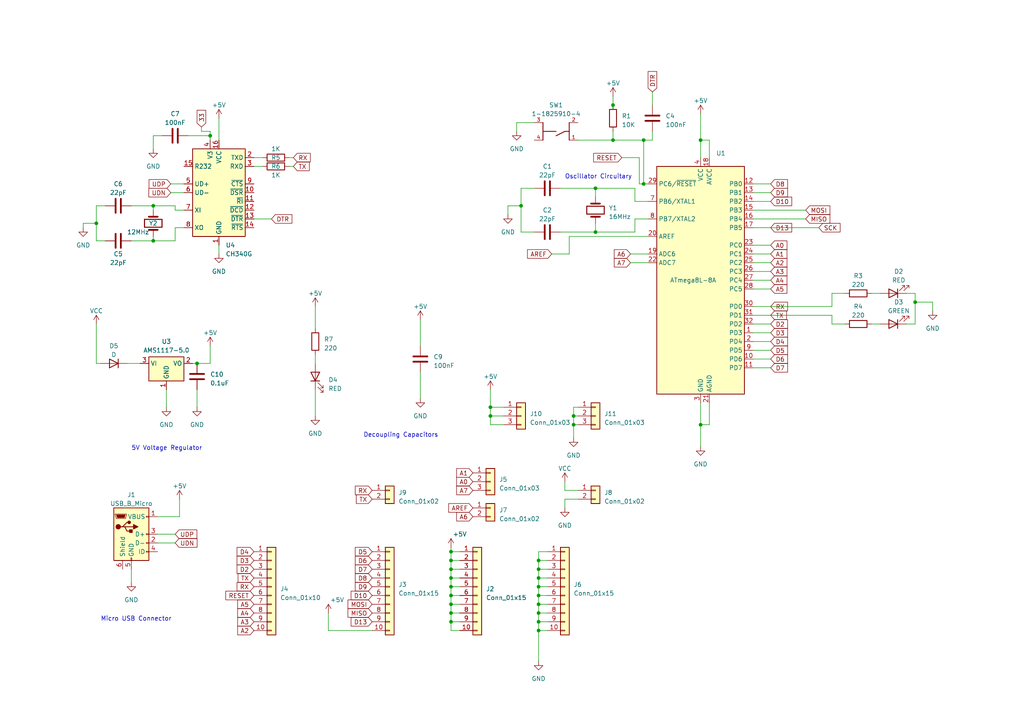
<source format=kicad_sch>
(kicad_sch (version 20230121) (generator eeschema)
  (paper "A4")
  (title_block (title "Atmega 8 Dev Board") (date "2023-03-22") (rev "v03") (comment 4 "Author : Sanket Shrishail Telunagi"))
  (lib_symbols
    (symbol "1-1825910-4:1-1825910-4" (pin_names (offset 1.016) hide)
      (property "Reference" "SW" (at -2.54 5.08 0))
      (property "Value" "1-1825910-4" (at -2.54 -5.08 0))
      (symbol "1-1825910-4_0_0"
        (polyline (pts (xy -2.54 0) (xy -2.54 -2.54)) (stroke (width 0.254)))
        (polyline (pts (xy -2.54 0) (xy -1.27 0)) (stroke (width 0.254)))
        (polyline (pts (xy -2.54 2.54) (xy -2.54 0)) (stroke (width 0.254)))
        (polyline (pts (xy -1.27 0) (xy 1.27 1.27)) (stroke (width 0.254)))
        (polyline (pts (xy 1.27 0) (xy 5.08 0)) (stroke (width 0.254)))
        (polyline (pts (xy 5.08 0) (xy 5.08 -2.54)) (stroke (width 0.254)))
        (polyline (pts (xy 5.08 2.54) (xy 5.08 0)) (stroke (width 0.254)))
        (pin passive line (at -5.08 2.54 0) (length 2.54) (name "~") (number "1"))
        (pin passive line (at -5.08 -2.54 0) (length 2.54) (name "~") (number "2"))
        (pin passive line (at 7.62 -2.54 180) (length 2.54) (name "~") (number "3"))
        (pin passive line (at 7.62 2.54 180) (length 2.54) (name "~") (number "4"))
      )
    )
    (symbol "Connector:USB_B_Micro" (pin_names (offset 1.016))
      (property "Reference" "J" (at -5.08 11.43 0))
      (property "Value" "USB_B_Micro" (at -5.08 8.89 0))
      (symbol "USB_B_Micro_0_1"
        (rectangle (start -5.08 -7.62) (end 5.08 7.62) (stroke (width 0.254)) (fill (type background)))
        (circle (center -3.81 2.159) (radius 0.635) (stroke (width 0.254)) (fill (type outline)))
        (circle (center -0.635 3.429) (radius 0.381) (stroke (width 0.254)) (fill (type outline)))
        (rectangle (start -0.127 -7.62) (end 0.127 -6.858))
        (polyline (pts (xy -1.905 2.159) (xy 0.635 2.159)) (stroke (width 0.254)))
        (polyline (pts (xy -3.175 2.159) (xy -2.54 2.159) (xy -1.27 3.429) (xy -0.635 3.429)) (stroke (width 0.254)))
        (polyline (pts (xy -2.54 2.159) (xy -1.905 2.159) (xy -1.27 0.889) (xy 0 0.889)) (stroke (width 0.254)))
        (polyline (pts (xy 0.635 2.794) (xy 0.635 1.524) (xy 1.905 2.159) (xy 0.635 2.794)) (stroke (width 0.254)) (fill (type outline)))
        (polyline (pts (xy -4.318 5.588) (xy -1.778 5.588) (xy -2.032 4.826) (xy -4.064 4.826) (xy -4.318 5.588)) (fill (type outline)))
        (polyline (pts (xy -4.699 5.842) (xy -4.699 5.588) (xy -4.445 4.826) (xy -4.445 4.572) (xy -1.651 4.572) (xy -1.651 4.826) (xy -1.397 5.588) (xy -1.397 5.842) (xy -4.699 5.842)))
        (rectangle (start 0.254 1.27) (end -0.508 0.508) (stroke (width 0.254)) (fill (type outline)))
        (rectangle (start 5.08 -5.207) (end 4.318 -4.953))
        (rectangle (start 5.08 -2.667) (end 4.318 -2.413))
        (rectangle (start 5.08 -0.127) (end 4.318 0.127))
        (rectangle (start 5.08 4.953) (end 4.318 5.207))
      )
      (symbol "USB_B_Micro_1_1"
        (pin power_out line (at 7.62 5.08 180) (length 2.54) (name "VBUS") (number "1"))
        (pin bidirectional line (at 7.62 -2.54 180) (length 2.54) (name "D-") (number "2"))
        (pin bidirectional line (at 7.62 0 180) (length 2.54) (name "D+") (number "3"))
        (pin passive line (at 7.62 -5.08 180) (length 2.54) (name "ID") (number "4"))
        (pin power_out line (at 0 -10.16 90) (length 2.54) (name "GND") (number "5"))
        (pin passive line (at -2.54 -10.16 90) (length 2.54) (name "Shield") (number "6"))
      )
    )
    (symbol "Connector_Generic:Conn_01x02" (pin_names (offset 1.016) hide)
      (property "Reference" "J" (at 0 2.54 0))
      (property "Value" "Conn_01x02" (at 0 -5.08 0))
      (symbol "Conn_01x02_1_1"
        (rectangle (start -1.27 -2.413) (end 0 -2.667) (stroke (width 0.1524)))
        (rectangle (start -1.27 0.127) (end 0 -0.127) (stroke (width 0.1524)))
        (rectangle (start -1.27 1.27) (end 1.27 -3.81) (stroke (width 0.254)) (fill (type background)))
        (pin passive line (at -5.08 0 0) (length 3.81) (name "Pin_1") (number "1"))
        (pin passive line (at -5.08 -2.54 0) (length 3.81) (name "Pin_2") (number "2"))
      )
    )
    (symbol "Connector_Generic:Conn_01x03" (pin_names (offset 1.016) hide)
      (property "Reference" "J" (at 0 5.08 0))
      (property "Value" "Conn_01x03" (at 0 -5.08 0))
      (symbol "Conn_01x03_1_1"
        (rectangle (start -1.27 -2.413) (end 0 -2.667) (stroke (width 0.1524)))
        (rectangle (start -1.27 0.127) (end 0 -0.127) (stroke (width 0.1524)))
        (rectangle (start -1.27 2.667) (end 0 2.413) (stroke (width 0.1524)))
        (rectangle (start -1.27 3.81) (end 1.27 -3.81) (stroke (width 0.254)) (fill (type background)))
        (pin passive line (at -5.08 2.54 0) (length 3.81) (name "Pin_1") (number "1"))
        (pin passive line (at -5.08 0 0) (length 3.81) (name "Pin_2") (number "2"))
        (pin passive line (at -5.08 -2.54 0) (length 3.81) (name "Pin_3") (number "3"))
      )
    )
    (symbol "Connector_Generic:Conn_01x10" (pin_names (offset 1.016) hide)
      (property "Reference" "J" (at 0 12.7 0))
      (property "Value" "Conn_01x10" (at 0 -15.24 0))
      (symbol "Conn_01x10_1_1"
        (rectangle (start -1.27 -12.573) (end 0 -12.827) (stroke (width 0.1524)))
        (rectangle (start -1.27 -10.033) (end 0 -10.287) (stroke (width 0.1524)))
        (rectangle (start -1.27 -7.493) (end 0 -7.747) (stroke (width 0.1524)))
        (rectangle (start -1.27 -4.953) (end 0 -5.207) (stroke (width 0.1524)))
        (rectangle (start -1.27 -2.413) (end 0 -2.667) (stroke (width 0.1524)))
        (rectangle (start -1.27 0.127) (end 0 -0.127) (stroke (width 0.1524)))
        (rectangle (start -1.27 2.667) (end 0 2.413) (stroke (width 0.1524)))
        (rectangle (start -1.27 5.207) (end 0 4.953) (stroke (width 0.1524)))
        (rectangle (start -1.27 7.747) (end 0 7.493) (stroke (width 0.1524)))
        (rectangle (start -1.27 10.287) (end 0 10.033) (stroke (width 0.1524)))
        (rectangle (start -1.27 11.43) (end 1.27 -13.97) (stroke (width 0.254)) (fill (type background)))
        (pin passive line (at -5.08 10.16 0) (length 3.81) (name "Pin_1") (number "1"))
        (pin passive line (at -5.08 -12.7 0) (length 3.81) (name "Pin_10") (number "10"))
        (pin passive line (at -5.08 7.62 0) (length 3.81) (name "Pin_2") (number "2"))
        (pin passive line (at -5.08 5.08 0) (length 3.81) (name "Pin_3") (number "3"))
        (pin passive line (at -5.08 2.54 0) (length 3.81) (name "Pin_4") (number "4"))
        (pin passive line (at -5.08 0 0) (length 3.81) (name "Pin_5") (number "5"))
        (pin passive line (at -5.08 -2.54 0) (length 3.81) (name "Pin_6") (number "6"))
        (pin passive line (at -5.08 -5.08 0) (length 3.81) (name "Pin_7") (number "7"))
        (pin passive line (at -5.08 -7.62 0) (length 3.81) (name "Pin_8") (number "8"))
        (pin passive line (at -5.08 -10.16 0) (length 3.81) (name "Pin_9") (number "9"))
      )
    )
    (symbol "Device:C" (pin_numbers hide) (pin_names (offset 0.254))
      (property "Reference" "C" (at 0.635 2.54 0))
      (property "Value" "C" (at 0.635 -2.54 0))
      (symbol "C_0_1"
        (polyline (pts (xy -2.032 -0.762) (xy 2.032 -0.762)) (stroke (width 0.508)))
        (polyline (pts (xy -2.032 0.762) (xy 2.032 0.762)) (stroke (width 0.508)))
      )
      (symbol "C_1_1"
        (pin passive line (at 0 3.81 270) (length 2.794) (name "~") (number "1"))
        (pin passive line (at 0 -3.81 90) (length 2.794) (name "~") (number "2"))
      )
    )
    (symbol "Device:Crystal" (pin_numbers hide) (pin_names (offset 1.016) hide)
      (property "Reference" "Y" (at 0 3.81 0))
      (property "Value" "Crystal" (at 0 -3.81 0))
      (symbol "Crystal_0_1"
        (rectangle (start -1.143 2.54) (end 1.143 -2.54) (stroke (width 0.3048)))
        (polyline (pts (xy -2.54 0) (xy -1.905 0)))
        (polyline (pts (xy -1.905 -1.27) (xy -1.905 1.27)) (stroke (width 0.508)))
        (polyline (pts (xy 1.905 -1.27) (xy 1.905 1.27)) (stroke (width 0.508)))
        (polyline (pts (xy 2.54 0) (xy 1.905 0)))
      )
      (symbol "Crystal_1_1"
        (pin passive line (at -3.81 0 0) (length 1.27) (name "1") (number "1"))
        (pin passive line (at 3.81 0 180) (length 1.27) (name "2") (number "2"))
      )
    )
    (symbol "Device:D" (pin_numbers hide) (pin_names (offset 1.016) hide)
      (property "Reference" "D" (at 0 2.54 0))
      (property "Value" "D" (at 0 -2.54 0))
      (symbol "D_0_1"
        (polyline (pts (xy -1.27 1.27) (xy -1.27 -1.27)) (stroke (width 0.254)))
        (polyline (pts (xy 1.27 0) (xy -1.27 0)))
        (polyline (pts (xy 1.27 1.27) (xy 1.27 -1.27) (xy -1.27 0) (xy 1.27 1.27)) (stroke (width 0.254)))
      )
      (symbol "D_1_1"
        (pin passive line (at -3.81 0 0) (length 2.54) (name "K") (number "1"))
        (pin passive line (at 3.81 0 180) (length 2.54) (name "A") (number "2"))
      )
    )
    (symbol "Device:LED" (pin_numbers hide) (pin_names (offset 1.016) hide)
      (property "Reference" "D" (at 0 2.54 0))
      (property "Value" "LED" (at 0 -2.54 0))
      (symbol "LED_0_1"
        (polyline (pts (xy -1.27 -1.27) (xy -1.27 1.27)) (stroke (width 0.254)))
        (polyline (pts (xy -1.27 0) (xy 1.27 0)))
        (polyline (pts (xy 1.27 -1.27) (xy 1.27 1.27) (xy -1.27 0) (xy 1.27 -1.27)) (stroke (width 0.254)))
        (polyline (pts (xy -3.048 -0.762) (xy -4.572 -2.286) (xy -3.81 -2.286) (xy -4.572 -2.286) (xy -4.572 -1.524)))
        (polyline (pts (xy -1.778 -0.762) (xy -3.302 -2.286) (xy -2.54 -2.286) (xy -3.302 -2.286) (xy -3.302 -1.524)))
      )
      (symbol "LED_1_1"
        (pin passive line (at -3.81 0 0) (length 2.54) (name "K") (number "1"))
        (pin passive line (at 3.81 0 180) (length 2.54) (name "A") (number "2"))
      )
    )
    (symbol "Device:R" (pin_numbers hide) (pin_names (offset 0))
      (property "Reference" "R" (at 2.032 0 90))
      (property "Value" "R" (at 0 0 90))
      (symbol "R_0_1"
        (rectangle (start -1.016 -2.54) (end 1.016 2.54) (stroke (width 0.254)))
      )
      (symbol "R_1_1"
        (pin passive line (at 0 3.81 270) (length 1.27) (name "~") (number "1"))
        (pin passive line (at 0 -3.81 90) (length 1.27) (name "~") (number "2"))
      )
    )
    (symbol "Interface_USB:CH340G"
      (property "Reference" "U" (at -5.08 13.97 0))
      (property "Value" "CH340G" (at 1.27 13.97 0))
      (symbol "CH340G_0_1"
        (rectangle (start -7.62 12.7) (end 7.62 -12.7) (stroke (width 0.254)) (fill (type background)))
      )
      (symbol "CH340G_1_1"
        (pin power_in line (at 0 -15.24 90) (length 2.54) (name "GND") (number "1"))
        (pin input line (at 10.16 0 180) (length 2.54) (name "~{DSR}") (number "10"))
        (pin input line (at 10.16 -2.54 180) (length 2.54) (name "~{RI}") (number "11"))
        (pin input line (at 10.16 -5.08 180) (length 2.54) (name "~{DCD}") (number "12"))
        (pin output line (at 10.16 -7.62 180) (length 2.54) (name "~{DTR}") (number "13"))
        (pin output line (at 10.16 -10.16 180) (length 2.54) (name "~{RTS}") (number "14"))
        (pin input line (at -10.16 7.62 0) (length 2.54) (name "R232") (number "15"))
        (pin power_in line (at 0 15.24 270) (length 2.54) (name "VCC") (number "16"))
        (pin output line (at 10.16 10.16 180) (length 2.54) (name "TXD") (number "2"))
        (pin input line (at 10.16 7.62 180) (length 2.54) (name "RXD") (number "3"))
        (pin passive line (at -2.54 15.24 270) (length 2.54) (name "V3") (number "4"))
        (pin bidirectional line (at -10.16 2.54 0) (length 2.54) (name "UD+") (number "5"))
        (pin bidirectional line (at -10.16 0 0) (length 2.54) (name "UD-") (number "6"))
        (pin input line (at -10.16 -5.08 0) (length 2.54) (name "XI") (number "7"))
        (pin output line (at -10.16 -10.16 0) (length 2.54) (name "XO") (number "8"))
        (pin input line (at 10.16 2.54 180) (length 2.54) (name "~{CTS}") (number "9"))
      )
    )
    (symbol "MCU_Microchip_ATmega:ATmega8L-8A"
      (property "Reference" "U" (at -12.7 34.29 0))
      (property "Value" "ATmega8L-8A" (at 5.08 -34.29 0))
      (symbol "ATmega8L-8A_0_1"
        (rectangle (start -12.7 -33.02) (end 12.7 33.02) (stroke (width 0.254)) (fill (type background)))
      )
      (symbol "ATmega8L-8A_1_1"
        (pin bidirectional line (at 15.24 -15.24 180) (length 2.54) (name "PD3") (number "1"))
        (pin bidirectional line (at 15.24 -22.86 180) (length 2.54) (name "PD6") (number "10"))
        (pin bidirectional line (at 15.24 -25.4 180) (length 2.54) (name "PD7") (number "11"))
        (pin bidirectional line (at 15.24 27.94 180) (length 2.54) (name "PB0") (number "12"))
        (pin bidirectional line (at 15.24 25.4 180) (length 2.54) (name "PB1") (number "13"))
        (pin bidirectional line (at 15.24 22.86 180) (length 2.54) (name "PB2") (number "14"))
        (pin bidirectional line (at 15.24 20.32 180) (length 2.54) (name "PB3") (number "15"))
        (pin bidirectional line (at 15.24 17.78 180) (length 2.54) (name "PB4") (number "16"))
        (pin bidirectional line (at 15.24 15.24 180) (length 2.54) (name "PB5") (number "17"))
        (pin power_in line (at 2.54 35.56 270) (length 2.54) (name "AVCC") (number "18"))
        (pin input line (at -15.24 7.62 0) (length 2.54) (name "ADC6") (number "19"))
        (pin bidirectional line (at 15.24 -17.78 180) (length 2.54) (name "PD4") (number "2"))
        (pin passive line (at -15.24 12.7 0) (length 2.54) (name "AREF") (number "20"))
        (pin power_in line (at 2.54 -35.56 90) (length 2.54) (name "AGND") (number "21"))
        (pin input line (at -15.24 5.08 0) (length 2.54) (name "ADC7") (number "22"))
        (pin bidirectional line (at 15.24 10.16 180) (length 2.54) (name "PC0") (number "23"))
        (pin bidirectional line (at 15.24 7.62 180) (length 2.54) (name "PC1") (number "24"))
        (pin bidirectional line (at 15.24 5.08 180) (length 2.54) (name "PC2") (number "25"))
        (pin bidirectional line (at 15.24 2.54 180) (length 2.54) (name "PC3") (number "26"))
        (pin bidirectional line (at 15.24 0 180) (length 2.54) (name "PC4") (number "27"))
        (pin bidirectional line (at 15.24 -2.54 180) (length 2.54) (name "PC5") (number "28"))
        (pin bidirectional line (at -15.24 27.94 0) (length 2.54) (name "PC6/~{RESET}") (number "29"))
        (pin power_in line (at 0 -35.56 90) (length 2.54) (name "GND") (number "3"))
        (pin bidirectional line (at 15.24 -7.62 180) (length 2.54) (name "PD0") (number "30"))
        (pin bidirectional line (at 15.24 -10.16 180) (length 2.54) (name "PD1") (number "31"))
        (pin bidirectional line (at 15.24 -12.7 180) (length 2.54) (name "PD2") (number "32"))
        (pin power_in line (at 0 35.56 270) (length 2.54) (name "VCC") (number "4"))
        (pin passive line (at 0 -35.56 90) (length 2.54) hide (name "GND") (number "5"))
        (pin passive line (at 0 35.56 270) (length 2.54) hide (name "VCC") (number "6"))
        (pin bidirectional line (at -15.24 22.86 0) (length 2.54) (name "PB6/XTAL1") (number "7"))
        (pin bidirectional line (at -15.24 17.78 0) (length 2.54) (name "PB7/XTAL2") (number "8"))
        (pin bidirectional line (at 15.24 -20.32 180) (length 2.54) (name "PD5") (number "9"))
      )
    )
    (symbol "Regulator_Linear:AMS1117-5.0"
      (property "Reference" "U" (at -3.81 3.175 0))
      (property "Value" "AMS1117-5.0" (at 0 3.175 0))
      (symbol "AMS1117-5.0_0_1"
        (rectangle (start -5.08 -5.08) (end 5.08 1.905) (stroke (width 0.254)) (fill (type background)))
      )
      (symbol "AMS1117-5.0_1_1"
        (pin power_in line (at 0 -7.62 90) (length 2.54) (name "GND") (number "1"))
        (pin power_out line (at 7.62 0 180) (length 2.54) (name "VO") (number "2"))
        (pin power_in line (at -7.62 0 0) (length 2.54) (name "VI") (number "3"))
      )
    )
    (symbol "power:+5V" (power) (pin_names (offset 0))
      (property "Value" "+5V" (at 0 3.556 0))
      (symbol "+5V_0_1"
        (polyline (pts (xy -0.762 1.27) (xy 0 2.54)))
        (polyline (pts (xy 0 0) (xy 0 2.54)))
        (polyline (pts (xy 0 2.54) (xy 0.762 1.27)))
      )
      (symbol "+5V_1_1"
        (pin power_in line (at 0 0 90) (length 0) hide (name "+5V") (number "1"))
      )
    )
    (symbol "power:GND" (power) (pin_names (offset 0))
      (property "Value" "GND" (at 0 -3.81 0))
      (symbol "GND_0_1"
        (polyline (pts (xy 0 0) (xy 0 -1.27) (xy 1.27 -1.27) (xy 0 -2.54) (xy -1.27 -1.27) (xy 0 -1.27)))
      )
      (symbol "GND_1_1"
        (pin power_in line (at 0 0 270) (length 0) hide (name "GND") (number "1"))
      )
    )
    (symbol "power:VCC" (power) (pin_names (offset 0))
      (property "Value" "VCC" (at 0 3.81 0))
      (symbol "VCC_0_1"
        (polyline (pts (xy -0.762 1.27) (xy 0 2.54)))
        (polyline (pts (xy 0 0) (xy 0 2.54)))
        (polyline (pts (xy 0 2.54) (xy 0.762 1.27)))
      )
      (symbol "VCC_1_1"
        (pin power_in line (at 0 0 90) (length 0) hide (name "VCC") (number "1"))
      )
    )
  )
  (junction (at 172.72 54.61))
  (junction (at 130.81 162.56))
  (junction (at 44.45 59.69))
  (junction (at 172.72 67.31))
  (junction (at 166.37 123.19))
  (junction (at 44.45 69.85))
  (junction (at 186.69 53.34))
  (junction (at 130.81 167.64))
  (junction (at 186.69 40.64))
  (junction (at 177.8 40.64))
  (junction (at 166.37 120.65))
  (junction (at 156.21 162.56))
  (junction (at 177.8 30.48))
  (junction (at 156.21 170.18))
  (junction (at 156.21 180.34))
  (junction (at 156.21 182.88))
  (junction (at 130.81 175.26))
  (junction (at 142.24 118.11))
  (junction (at 156.21 172.72))
  (junction (at 130.81 165.1))
  (junction (at 130.81 177.8))
  (junction (at 151.13 59.69))
  (junction (at 130.81 170.18))
  (junction (at 142.24 120.65))
  (junction (at 156.21 165.1))
  (junction (at 156.21 175.26))
  (junction (at 156.21 177.8))
  (junction (at 57.15 105.41))
  (junction (at 130.81 160.02))
  (junction (at 203.2 40.64))
  (junction (at 27.94 64.77))
  (junction (at 156.21 167.64))
  (junction (at 203.2 123.19))
  (junction (at 265.43 87.63))
  (junction (at 130.81 172.72))
  (junction (at 60.96 39.37))
  (junction (at 130.81 180.34))
  (wire (pts (xy 83.82 48.26) (xy 85.09 48.26)))
  (wire (pts (xy 189.23 26.67) (xy 189.23 30.48)))
  (wire (pts (xy 52.07 149.86) (xy 45.72 149.86)))
  (wire (pts (xy 156.21 170.18) (xy 156.21 167.64)))
  (wire (pts (xy 58.42 36.83) (xy 58.42 38.1)))
  (wire (pts (xy 185.42 53.34) (xy 186.69 53.34)))
  (wire (pts (xy 156.21 175.26) (xy 156.21 172.72)))
  (wire (pts (xy 189.23 38.1) (xy 189.23 40.64)))
  (wire (pts (xy 205.74 116.84) (xy 205.74 123.19)))
  (wire (pts (xy 156.21 165.1) (xy 156.21 162.56)))
  (wire (pts (xy 177.8 40.64) (xy 186.69 40.64)))
  (wire (pts (xy 172.72 67.31) (xy 162.56 67.31)))
  (wire (pts (xy 270.51 90.17) (xy 270.51 87.63)))
  (wire (pts (xy 154.94 35.56) (xy 149.86 35.56)))
  (wire (pts (xy 73.66 48.26) (xy 76.2 48.26)))
  (wire (pts (xy 158.75 177.8) (xy 156.21 177.8)))
  (wire (pts (xy 163.83 142.24) (xy 163.83 139.7)))
  (wire (pts (xy 165.1 68.58) (xy 187.96 68.58)))
  (wire (pts (xy 147.32 62.23) (xy 147.32 59.69)))
  (wire (pts (xy 73.66 45.72) (xy 76.2 45.72)))
  (wire (pts (xy 38.1 59.69) (xy 44.45 59.69)))
  (wire (pts (xy 27.94 93.98) (xy 27.94 105.41)))
  (wire (pts (xy 156.21 180.34) (xy 156.21 182.88)))
  (wire (pts (xy 218.44 66.04) (xy 237.49 66.04)))
  (wire (pts (xy 184.15 58.42) (xy 184.15 54.61)))
  (wire (pts (xy 147.32 59.69) (xy 151.13 59.69)))
  (wire (pts (xy 38.1 165.1) (xy 38.1 168.91)))
  (wire (pts (xy 146.05 120.65) (xy 142.24 120.65)))
  (wire (pts (xy 218.44 53.34) (xy 223.52 53.34)))
  (wire (pts (xy 218.44 83.82) (xy 223.52 83.82)))
  (wire (pts (xy 27.94 59.69) (xy 27.94 64.77)))
  (wire (pts (xy 83.82 45.72) (xy 85.09 45.72)))
  (wire (pts (xy 156.21 172.72) (xy 156.21 170.18)))
  (wire (pts (xy 49.53 55.88) (xy 53.34 55.88)))
  (wire (pts (xy 60.96 39.37) (xy 60.96 40.64)))
  (wire (pts (xy 24.13 64.77) (xy 27.94 64.77)))
  (wire (pts (xy 160.02 73.66) (xy 165.1 73.66)))
  (wire (pts (xy 48.26 113.03) (xy 48.26 118.11)))
  (wire (pts (xy 91.44 102.87) (xy 91.44 105.41)))
  (wire (pts (xy 218.44 60.96) (xy 233.68 60.96)))
  (wire (pts (xy 218.44 58.42) (xy 223.52 58.42)))
  (wire (pts (xy 205.74 123.19) (xy 203.2 123.19)))
  (wire (pts (xy 53.34 60.96) (xy 50.8 60.96)))
  (wire (pts (xy 252.73 93.98) (xy 255.27 93.98)))
  (wire (pts (xy 45.72 157.48) (xy 50.8 157.48)))
  (wire (pts (xy 158.75 160.02) (xy 156.21 160.02)))
  (wire (pts (xy 52.07 144.78) (xy 52.07 149.86)))
  (wire (pts (xy 262.89 85.09) (xy 265.43 85.09)))
  (wire (pts (xy 177.8 30.48) (xy 177.8 31.75)))
  (wire (pts (xy 57.15 113.03) (xy 57.15 118.11)))
  (wire (pts (xy 50.8 60.96) (xy 50.8 59.69)))
  (wire (pts (xy 218.44 63.5) (xy 233.68 63.5)))
  (wire (pts (xy 166.37 120.65) (xy 166.37 123.19)))
  (wire (pts (xy 218.44 71.12) (xy 223.52 71.12)))
  (wire (pts (xy 166.37 120.65) (xy 167.64 120.65)))
  (wire (pts (xy 95.25 177.8) (xy 95.25 182.88)))
  (wire (pts (xy 158.75 165.1) (xy 156.21 165.1)))
  (wire (pts (xy 27.94 64.77) (xy 27.94 69.85)))
  (wire (pts (xy 185.42 45.72) (xy 185.42 53.34)))
  (wire (pts (xy 44.45 60.96) (xy 44.45 59.69)))
  (wire (pts (xy 63.5 71.12) (xy 63.5 73.66)))
  (wire (pts (xy 36.83 105.41) (xy 40.64 105.41)))
  (wire (pts (xy 158.75 175.26) (xy 156.21 175.26)))
  (wire (pts (xy 218.44 81.28) (xy 223.52 81.28)))
  (wire (pts (xy 167.64 142.24) (xy 163.83 142.24)))
  (wire (pts (xy 252.73 85.09) (xy 255.27 85.09)))
  (wire (pts (xy 24.13 66.04) (xy 24.13 64.77)))
  (wire (pts (xy 203.2 40.64) (xy 203.2 45.72)))
  (wire (pts (xy 218.44 106.68) (xy 223.52 106.68)))
  (wire (pts (xy 44.45 59.69) (xy 50.8 59.69)))
  (wire (pts (xy 172.72 64.77) (xy 172.72 67.31)))
  (wire (pts (xy 130.81 165.1) (xy 130.81 162.56)))
  (wire (pts (xy 262.89 93.98) (xy 265.43 93.98)))
  (wire (pts (xy 218.44 55.88) (xy 223.52 55.88)))
  (wire (pts (xy 130.81 172.72) (xy 130.81 170.18)))
  (wire (pts (xy 218.44 93.98) (xy 223.52 93.98)))
  (wire (pts (xy 167.64 144.78) (xy 163.83 144.78)))
  (wire (pts (xy 156.21 160.02) (xy 156.21 162.56)))
  (wire (pts (xy 63.5 34.29) (xy 63.5 40.64)))
  (wire (pts (xy 130.81 160.02) (xy 130.81 162.56)))
  (wire (pts (xy 163.83 144.78) (xy 163.83 147.32)))
  (wire (pts (xy 142.24 113.03) (xy 142.24 118.11)))
  (wire (pts (xy 151.13 59.69) (xy 151.13 67.31)))
  (wire (pts (xy 182.88 76.2) (xy 187.96 76.2)))
  (wire (pts (xy 186.69 53.34) (xy 187.96 53.34)))
  (wire (pts (xy 180.34 45.72) (xy 185.42 45.72)))
  (wire (pts (xy 130.81 177.8) (xy 130.81 175.26)))
  (wire (pts (xy 50.8 66.04) (xy 50.8 69.85)))
  (wire (pts (xy 158.75 162.56) (xy 156.21 162.56)))
  (wire (pts (xy 166.37 123.19) (xy 166.37 127)))
  (wire (pts (xy 218.44 91.44) (xy 241.3 91.44)))
  (wire (pts (xy 146.05 123.19) (xy 142.24 123.19)))
  (wire (pts (xy 58.42 38.1) (xy 60.96 38.1)))
  (wire (pts (xy 154.94 67.31) (xy 151.13 67.31)))
  (wire (pts (xy 167.64 118.11) (xy 166.37 118.11)))
  (wire (pts (xy 184.15 63.5) (xy 184.15 67.31)))
  (wire (pts (xy 245.11 85.09) (xy 241.3 85.09)))
  (wire (pts (xy 142.24 120.65) (xy 142.24 118.11)))
  (wire (pts (xy 60.96 105.41) (xy 57.15 105.41)))
  (wire (pts (xy 121.92 107.95) (xy 121.92 115.57)))
  (wire (pts (xy 166.37 123.19) (xy 167.64 123.19)))
  (wire (pts (xy 177.8 27.94) (xy 177.8 30.48)))
  (wire (pts (xy 38.1 69.85) (xy 44.45 69.85)))
  (wire (pts (xy 177.8 38.1) (xy 177.8 40.64)))
  (wire (pts (xy 121.92 92.71) (xy 121.92 100.33)))
  (wire (pts (xy 165.1 73.66) (xy 165.1 68.58)))
  (wire (pts (xy 95.25 182.88) (xy 107.95 182.88)))
  (wire (pts (xy 151.13 54.61) (xy 151.13 59.69)))
  (wire (pts (xy 130.81 158.75) (xy 130.81 160.02)))
  (wire (pts (xy 182.88 73.66) (xy 187.96 73.66)))
  (wire (pts (xy 146.05 118.11) (xy 142.24 118.11)))
  (wire (pts (xy 133.35 180.34) (xy 130.81 180.34)))
  (wire (pts (xy 265.43 87.63) (xy 265.43 85.09)))
  (wire (pts (xy 186.69 40.64) (xy 186.69 53.34)))
  (wire (pts (xy 156.21 180.34) (xy 156.21 177.8)))
  (wire (pts (xy 265.43 87.63) (xy 270.51 87.63)))
  (wire (pts (xy 218.44 104.14) (xy 223.52 104.14)))
  (wire (pts (xy 156.21 182.88) (xy 156.21 191.77)))
  (wire (pts (xy 57.15 105.41) (xy 55.88 105.41)))
  (wire (pts (xy 60.96 100.33) (xy 60.96 105.41)))
  (wire (pts (xy 91.44 113.03) (xy 91.44 120.65)))
  (wire (pts (xy 158.75 180.34) (xy 156.21 180.34)))
  (wire (pts (xy 156.21 177.8) (xy 156.21 175.26)))
  (wire (pts (xy 203.2 33.02) (xy 203.2 40.64)))
  (wire (pts (xy 91.44 88.9) (xy 91.44 95.25)))
  (wire (pts (xy 184.15 54.61) (xy 172.72 54.61)))
  (wire (pts (xy 218.44 73.66) (xy 223.52 73.66)))
  (wire (pts (xy 133.35 160.02) (xy 130.81 160.02)))
  (wire (pts (xy 133.35 170.18) (xy 130.81 170.18)))
  (wire (pts (xy 60.96 38.1) (xy 60.96 39.37)))
  (wire (pts (xy 241.3 93.98) (xy 241.3 91.44)))
  (wire (pts (xy 130.81 170.18) (xy 130.81 167.64)))
  (wire (pts (xy 205.74 45.72) (xy 205.74 40.64)))
  (wire (pts (xy 133.35 175.26) (xy 130.81 175.26)))
  (wire (pts (xy 203.2 116.84) (xy 203.2 123.19)))
  (wire (pts (xy 45.72 154.94) (xy 50.8 154.94)))
  (wire (pts (xy 44.45 39.37) (xy 44.45 43.18)))
  (wire (pts (xy 49.53 53.34) (xy 53.34 53.34)))
  (wire (pts (xy 158.75 172.72) (xy 156.21 172.72)))
  (wire (pts (xy 166.37 118.11) (xy 166.37 120.65)))
  (wire (pts (xy 158.75 167.64) (xy 156.21 167.64)))
  (wire (pts (xy 27.94 105.41) (xy 29.21 105.41)))
  (wire (pts (xy 184.15 67.31) (xy 172.72 67.31)))
  (wire (pts (xy 187.96 58.42) (xy 184.15 58.42)))
  (wire (pts (xy 44.45 69.85) (xy 50.8 69.85)))
  (wire (pts (xy 44.45 68.58) (xy 44.45 69.85)))
  (wire (pts (xy 172.72 54.61) (xy 172.72 57.15)))
  (wire (pts (xy 149.86 35.56) (xy 149.86 38.1)))
  (wire (pts (xy 46.99 39.37) (xy 44.45 39.37)))
  (wire (pts (xy 130.81 167.64) (xy 130.81 165.1)))
  (wire (pts (xy 218.44 88.9) (xy 241.3 88.9)))
  (wire (pts (xy 186.69 40.64) (xy 189.23 40.64)))
  (wire (pts (xy 177.8 40.64) (xy 167.64 40.64)))
  (wire (pts (xy 130.81 180.34) (xy 130.81 182.88)))
  (wire (pts (xy 133.35 167.64) (xy 130.81 167.64)))
  (wire (pts (xy 265.43 93.98) (xy 265.43 87.63)))
  (wire (pts (xy 218.44 78.74) (xy 223.52 78.74)))
  (wire (pts (xy 73.66 63.5) (xy 78.74 63.5)))
  (wire (pts (xy 218.44 96.52) (xy 223.52 96.52)))
  (wire (pts (xy 130.81 180.34) (xy 130.81 177.8)))
  (wire (pts (xy 54.61 39.37) (xy 60.96 39.37)))
  (wire (pts (xy 158.75 170.18) (xy 156.21 170.18)))
  (wire (pts (xy 241.3 85.09) (xy 241.3 88.9)))
  (wire (pts (xy 133.35 172.72) (xy 130.81 172.72)))
  (wire (pts (xy 50.8 66.04) (xy 53.34 66.04)))
  (wire (pts (xy 156.21 167.64) (xy 156.21 165.1)))
  (wire (pts (xy 187.96 63.5) (xy 184.15 63.5)))
  (wire (pts (xy 133.35 177.8) (xy 130.81 177.8)))
  (wire (pts (xy 133.35 162.56) (xy 130.81 162.56)))
  (wire (pts (xy 130.81 175.26) (xy 130.81 172.72)))
  (wire (pts (xy 205.74 40.64) (xy 203.2 40.64)))
  (wire (pts (xy 142.24 123.19) (xy 142.24 120.65)))
  (wire (pts (xy 218.44 99.06) (xy 223.52 99.06)))
  (wire (pts (xy 154.94 54.61) (xy 151.13 54.61)))
  (wire (pts (xy 158.75 182.88) (xy 156.21 182.88)))
  (wire (pts (xy 218.44 76.2) (xy 223.52 76.2)))
  (wire (pts (xy 133.35 165.1) (xy 130.81 165.1)))
  (wire (pts (xy 203.2 123.19) (xy 203.2 129.54)))
  (wire (pts (xy 27.94 69.85) (xy 30.48 69.85)))
  (wire (pts (xy 30.48 59.69) (xy 27.94 59.69)))
  (wire (pts (xy 133.35 182.88) (xy 130.81 182.88)))
  (wire (pts (xy 218.44 101.6) (xy 223.52 101.6)))
  (wire (pts (xy 162.56 54.61) (xy 172.72 54.61)))
  (wire (pts (xy 245.11 93.98) (xy 241.3 93.98)))
  (text "Oscillator Circuitary\n" (at 163.83 52.07 0) (effects (font (size 1.27 1.27)) (justify left bottom)))
  (text "5V Voltage Regulator\n" (at 38.1 130.81 0) (effects (font (size 1.27 1.27)) (justify left bottom)))
  (text "Micro USB Connector\n" (at 29.21 180.34 0) (effects (font (size 1.27 1.27)) (justify left bottom)))
  (text "Decoupling Capacitors" (at 105.41 127 0) (effects (font (size 1.27 1.27)) (justify left bottom)))
  (global_label "UDP" (shape input) (at 49.53 53.34 180) (property "Intersheetrefs" "${INTERSHEET_REFS}" (effects hide)))
  (global_label "TX" (shape input) (at 107.95 144.78 180) (property "Intersheetrefs" "${INTERSHEET_REFS}" (effects hide)))
  (global_label "RX" (shape input) (at 85.09 45.72 0) (property "Intersheetrefs" "${INTERSHEET_REFS}" (effects hide)))
  (global_label "AREF" (shape input) (at 160.02 73.66 180) (property "Intersheetrefs" "${INTERSHEET_REFS}" (effects hide)))
  (global_label "A5" (shape input) (at 73.66 175.26 180) (property "Intersheetrefs" "${INTERSHEET_REFS}" (effects hide)))
  (global_label "D7" (shape input) (at 223.52 106.68 0) (property "Intersheetrefs" "${INTERSHEET_REFS}" (effects hide)))
  (global_label "D10" (shape input) (at 223.52 58.42 0) (property "Intersheetrefs" "${INTERSHEET_REFS}" (effects hide)))
  (global_label "A6" (shape input) (at 137.16 149.86 180) (property "Intersheetrefs" "${INTERSHEET_REFS}" (effects hide)))
  (global_label "D10" (shape input) (at 107.95 172.72 180) (property "Intersheetrefs" "${INTERSHEET_REFS}" (effects hide)))
  (global_label "RX" (shape input) (at 73.66 170.18 180) (property "Intersheetrefs" "${INTERSHEET_REFS}" (effects hide)))
  (global_label "RX" (shape input) (at 223.52 88.9 0) (property "Intersheetrefs" "${INTERSHEET_REFS}" (effects hide)))
  (global_label "RX" (shape input) (at 107.95 142.24 180) (property "Intersheetrefs" "${INTERSHEET_REFS}" (effects hide)))
  (global_label "A3" (shape input) (at 73.66 180.34 180) (property "Intersheetrefs" "${INTERSHEET_REFS}" (effects hide)))
  (global_label "D8" (shape input) (at 223.52 53.34 0) (property "Intersheetrefs" "${INTERSHEET_REFS}" (effects hide)))
  (global_label "D2" (shape input) (at 223.52 93.98 0) (property "Intersheetrefs" "${INTERSHEET_REFS}" (effects hide)))
  (global_label "UDN" (shape input) (at 50.8 157.48 0) (property "Intersheetrefs" "${INTERSHEET_REFS}" (effects hide)))
  (global_label "DTR" (shape input) (at 189.23 26.67 90) (property "Intersheetrefs" "${INTERSHEET_REFS}" (effects hide)))
  (global_label "RESET" (shape input) (at 180.34 45.72 180) (property "Intersheetrefs" "${INTERSHEET_REFS}" (effects hide)))
  (global_label "D5" (shape input) (at 107.95 160.02 180) (property "Intersheetrefs" "${INTERSHEET_REFS}" (effects hide)))
  (global_label "A2" (shape input) (at 223.52 76.2 0) (property "Intersheetrefs" "${INTERSHEET_REFS}" (effects hide)))
  (global_label "MOSI" (shape input) (at 233.68 60.96 0) (property "Intersheetrefs" "${INTERSHEET_REFS}" (effects hide)))
  (global_label "MOSI" (shape input) (at 107.95 175.26 180) (property "Intersheetrefs" "${INTERSHEET_REFS}" (effects hide)))
  (global_label "A4" (shape input) (at 73.66 177.8 180) (property "Intersheetrefs" "${INTERSHEET_REFS}" (effects hide)))
  (global_label "A6" (shape input) (at 182.88 73.66 180) (property "Intersheetrefs" "${INTERSHEET_REFS}" (effects hide)))
  (global_label "D4" (shape input) (at 73.66 160.02 180) (property "Intersheetrefs" "${INTERSHEET_REFS}" (effects hide)))
  (global_label "RESET" (shape input) (at 73.66 172.72 180) (property "Intersheetrefs" "${INTERSHEET_REFS}" (effects hide)))
  (global_label "D2" (shape input) (at 73.66 165.1 180) (property "Intersheetrefs" "${INTERSHEET_REFS}" (effects hide)))
  (global_label "SCK" (shape input) (at 237.49 66.04 0) (property "Intersheetrefs" "${INTERSHEET_REFS}" (effects hide)))
  (global_label "D9" (shape input) (at 107.95 170.18 180) (property "Intersheetrefs" "${INTERSHEET_REFS}" (effects hide)))
  (global_label "D3" (shape input) (at 223.52 96.52 0) (property "Intersheetrefs" "${INTERSHEET_REFS}" (effects hide)))
  (global_label "A4" (shape input) (at 223.52 81.28 0) (property "Intersheetrefs" "${INTERSHEET_REFS}" (effects hide)))
  (global_label "D13" (shape input) (at 223.52 66.04 0) (property "Intersheetrefs" "${INTERSHEET_REFS}" (effects hide)))
  (global_label "A0" (shape input) (at 137.16 139.7 180) (property "Intersheetrefs" "${INTERSHEET_REFS}" (effects hide)))
  (global_label "D3" (shape input) (at 73.66 162.56 180) (property "Intersheetrefs" "${INTERSHEET_REFS}" (effects hide)))
  (global_label "D5" (shape input) (at 223.52 101.6 0) (property "Intersheetrefs" "${INTERSHEET_REFS}" (effects hide)))
  (global_label "UDN" (shape input) (at 49.53 55.88 180) (property "Intersheetrefs" "${INTERSHEET_REFS}" (effects hide)))
  (global_label "A3" (shape input) (at 223.52 78.74 0) (property "Intersheetrefs" "${INTERSHEET_REFS}" (effects hide)))
  (global_label "D8" (shape input) (at 107.95 167.64 180) (property "Intersheetrefs" "${INTERSHEET_REFS}" (effects hide)))
  (global_label "33" (shape input) (at 58.42 36.83 90) (property "Intersheetrefs" "${INTERSHEET_REFS}" (effects hide)))
  (global_label "AREF" (shape input) (at 137.16 147.32 180) (property "Intersheetrefs" "${INTERSHEET_REFS}" (effects hide)))
  (global_label "UDP" (shape input) (at 50.8 154.94 0) (property "Intersheetrefs" "${INTERSHEET_REFS}" (effects hide)))
  (global_label "TX" (shape input) (at 223.52 91.44 0) (property "Intersheetrefs" "${INTERSHEET_REFS}" (effects hide)))
  (global_label "D9" (shape input) (at 223.52 55.88 0) (property "Intersheetrefs" "${INTERSHEET_REFS}" (effects hide)))
  (global_label "D7" (shape input) (at 107.95 165.1 180) (property "Intersheetrefs" "${INTERSHEET_REFS}" (effects hide)))
  (global_label "MISO" (shape input) (at 107.95 177.8 180) (property "Intersheetrefs" "${INTERSHEET_REFS}" (effects hide)))
  (global_label "D6" (shape input) (at 107.95 162.56 180) (property "Intersheetrefs" "${INTERSHEET_REFS}" (effects hide)))
  (global_label "A0" (shape input) (at 223.52 71.12 0) (property "Intersheetrefs" "${INTERSHEET_REFS}" (effects hide)))
  (global_label "D4" (shape input) (at 223.52 99.06 0) (property "Intersheetrefs" "${INTERSHEET_REFS}" (effects hide)))
  (global_label "DTR" (shape input) (at 78.74 63.5 0) (property "Intersheetrefs" "${INTERSHEET_REFS}" (effects hide)))
  (global_label "TX" (shape input) (at 73.66 167.64 180) (property "Intersheetrefs" "${INTERSHEET_REFS}" (effects hide)))
  (global_label "A1" (shape input) (at 223.52 73.66 0) (property "Intersheetrefs" "${INTERSHEET_REFS}" (effects hide)))
  (global_label "TX" (shape input) (at 85.09 48.26 0) (property "Intersheetrefs" "${INTERSHEET_REFS}" (effects hide)))
  (global_label "A2" (shape input) (at 73.66 182.88 180) (property "Intersheetrefs" "${INTERSHEET_REFS}" (effects hide)))
  (global_label "D13" (shape input) (at 107.95 180.34 180) (property "Intersheetrefs" "${INTERSHEET_REFS}" (effects hide)))
  (global_label "MISO" (shape input) (at 233.68 63.5 0) (property "Intersheetrefs" "${INTERSHEET_REFS}" (effects hide)))
  (global_label "A5" (shape input) (at 223.52 83.82 0) (property "Intersheetrefs" "${INTERSHEET_REFS}" (effects hide)))
  (global_label "A7" (shape input) (at 182.88 76.2 180) (property "Intersheetrefs" "${INTERSHEET_REFS}" (effects hide)))
  (global_label "D6" (shape input) (at 223.52 104.14 0) (property "Intersheetrefs" "${INTERSHEET_REFS}" (effects hide)))
  (global_label "A7" (shape input) (at 137.16 142.24 180) (property "Intersheetrefs" "${INTERSHEET_REFS}" (effects hide)))
  (global_label "A1" (shape input) (at 137.16 137.16 180) (property "Intersheetrefs" "${INTERSHEET_REFS}" (effects hide)))
  (symbol (lib_id "Device:C") (at 50.8 39.37 90) (unit 1)
    (property "Reference" "C7" (at 50.8 33.02 90))
    (property "Value" "100nF" (at 50.8 35.56 90))
    (property "Footprint" "Capacitor_SMD:C_0805_2012Metric_Pad1.18x1.45mm_HandSolder" (effects hide))
  )
  (symbol (lib_id "Device:R") (at 91.44 99.06 0) (unit 1)
    (property "Reference" "R7" (at 93.98 98.425 0) (effects (justify left)))
    (property "Value" "220" (at 93.98 100.965 0) (effects (justify left)))
    (property "Footprint" "Resistor_SMD:R_0805_2012Metric_Pad1.20x1.40mm_HandSolder" (effects hide))
  )
  (symbol (lib_id "power:+5V") (at 91.44 88.9 0) (unit 1)
    (property "Reference" "#PWR021" (effects hide))
    (property "Value" "+5V" (at 91.44 85.09 0))
  )
  (symbol (lib_id "power:+5V") (at 142.24 113.03 0) (unit 1)
    (property "Reference" "#PWR04" (effects hide))
    (property "Value" "+5V" (at 142.24 109.22 0))
  )
  (symbol (lib_id "power:GND") (at 48.26 118.11 0) (unit 1)
    (property "Reference" "#PWR015" (effects hide))
    (property "Value" "GND" (at 48.26 123.19 0))
  )
  (symbol (lib_id "Connector_Generic:Conn_01x02") (at 113.03 142.24 0) (unit 1)
    (property "Reference" "J9" (at 115.57 142.875 0) (effects (justify left)))
    (property "Value" "Conn_01x02" (at 115.57 145.415 0) (effects (justify left)))
    (property "Footprint" "Connector_PinHeader_2.54mm:PinHeader_1x02_P2.54mm_Vertical" (effects hide))
  )
  (symbol (lib_id "power:+5V") (at 121.92 92.71 0) (unit 1)
    (property "Reference" "#PWR017" (effects hide))
    (property "Value" "+5V" (at 121.92 88.9 0))
  )
  (symbol (lib_id "Device:C") (at 57.15 109.22 0) (unit 1)
    (property "Reference" "C10" (at 60.96 108.585 0) (effects (justify left)))
    (property "Value" "0.1uF" (at 60.96 111.125 0) (effects (justify left)))
    (property "Footprint" "Capacitor_SMD:C_0805_2012Metric_Pad1.18x1.45mm_HandSolder" (effects hide))
  )
  (symbol (lib_id "Device:Crystal") (at 172.72 60.96 90) (unit 1)
    (property "Reference" "Y1" (at 176.53 60.325 90) (effects (justify right)))
    (property "Value" "16MHz" (at 176.53 62.865 90) (effects (justify right)))
    (property "Footprint" "Crystal:Crystal_HC49-U_Vertical" (effects hide))
  )
  (symbol (lib_id "power:GND") (at 121.92 115.57 0) (unit 1)
    (property "Reference" "#PWR019" (effects hide))
    (property "Value" "GND" (at 121.92 120.65 0))
  )
  (symbol (lib_id "power:GND") (at 163.83 147.32 0) (unit 1)
    (property "Reference" "#PWR025" (effects hide))
    (property "Value" "GND" (at 163.83 152.4 0))
  )
  (symbol (lib_id "power:+5V") (at 130.81 158.75 0) (unit 1)
    (property "Reference" "#PWR027" (effects hide))
    (property "Value" "+5V" (at 133.35 154.94 0))
  )
  (symbol (lib_id "Device:D") (at 33.02 105.41 180) (unit 1)
    (property "Reference" "D5" (at 33.02 100.33 0))
    (property "Value" "D" (at 33.02 102.87 0))
    (property "Footprint" "Diode_SMD:D_1206_3216Metric_Pad1.42x1.75mm_HandSolder" (effects hide))
    (property "Sim.Device" "D" (effects hide))
    (property "Sim.Pins" "1=K 2=A" (effects hide))
  )
  (symbol (lib_id "power:+5V") (at 95.25 177.8 0) (unit 1)
    (property "Reference" "#PWR026" (effects hide))
    (property "Value" "+5V" (at 97.79 173.99 0))
  )
  (symbol (lib_id "Device:C") (at 34.29 69.85 90) (unit 1)
    (property "Reference" "C5" (at 34.29 73.66 90))
    (property "Value" "22pF" (at 34.29 76.2 90))
    (property "Footprint" "Capacitor_SMD:C_0805_2012Metric_Pad1.18x1.45mm_HandSolder" (effects hide))
  )
  (symbol (lib_id "Connector_Generic:Conn_01x03") (at 142.24 139.7 0) (unit 1)
    (property "Reference" "J5" (at 144.78 139.065 0) (effects (justify left)))
    (property "Value" "Conn_01x03" (at 144.78 141.605 0) (effects (justify left)))
    (property "Footprint" "Connector_PinHeader_2.54mm:PinHeader_1x03_P2.54mm_Vertical" (effects hide))
  )
  (symbol (lib_id "Device:R") (at 80.01 48.26 90) (unit 1)
    (property "Reference" "R6" (at 80.01 48.26 90))
    (property "Value" "1K" (at 80.01 50.8 90))
    (property "Footprint" "Resistor_SMD:R_0805_2012Metric_Pad1.20x1.40mm_HandSolder" (effects hide))
  )
  (symbol (lib_id "Connector_Generic:Conn_01x02") (at 172.72 142.24 0) (unit 1)
    (property "Reference" "J8" (at 175.26 142.875 0) (effects (justify left)))
    (property "Value" "Conn_01x02" (at 175.26 145.415 0) (effects (justify left)))
    (property "Footprint" "Connector_PinHeader_2.54mm:PinHeader_1x02_P2.54mm_Vertical" (effects hide))
  )
  (symbol (lib_id "Device:C") (at 121.92 104.14 0) (unit 1)
    (property "Reference" "C9" (at 125.73 103.505 0) (effects (justify left)))
    (property "Value" "100nF" (at 125.73 106.045 0) (effects (justify left)))
    (property "Footprint" "Capacitor_SMD:C_0805_2012Metric_Pad1.18x1.45mm_HandSolder" (effects hide))
  )
  (symbol (lib_id "Connector_Generic:Conn_01x10") (at 78.74 170.18 0) (unit 1)
    (property "Reference" "J4" (at 81.28 170.815 0) (effects (justify left)))
    (property "Value" "Conn_01x10" (at 81.28 173.355 0) (effects (justify left)))
    (property "Footprint" "Connector_PinHeader_2.54mm:PinHeader_1x10_P2.54mm_Vertical" (effects hide))
  )
  (symbol (lib_id "power:GND") (at 38.1 168.91 0) (unit 1)
    (property "Reference" "#PWR022" (effects hide))
    (property "Value" "GND" (at 38.1 173.99 0))
  )
  (symbol (lib_id "power:GND") (at 57.15 118.11 0) (unit 1)
    (property "Reference" "#PWR032" (effects hide))
    (property "Value" "GND" (at 57.15 123.19 0))
  )
  (symbol (lib_id "power:+5V") (at 177.8 27.94 0) (unit 1)
    (property "Reference" "#PWR01" (effects hide))
    (property "Value" "+5V" (at 177.8 24.13 0))
  )
  (symbol (lib_id "power:GND") (at 147.32 62.23 0) (unit 1)
    (property "Reference" "#PWR03" (effects hide))
    (property "Value" "GND" (at 147.32 67.31 0))
  )
  (symbol (lib_id "Connector_Generic:Conn_01x02") (at 142.24 147.32 0) (unit 1)
    (property "Reference" "J7" (at 144.78 147.955 0) (effects (justify left)))
    (property "Value" "Conn_01x02" (at 144.78 150.495 0) (effects (justify left)))
    (property "Footprint" "Connector_PinHeader_2.54mm:PinHeader_1x02_P2.54mm_Vertical" (effects hide))
  )
  (symbol (lib_id "Device:R") (at 248.92 85.09 270) (unit 1)
    (property "Reference" "R3" (at 248.92 80.01 90))
    (property "Value" "220" (at 248.92 82.55 90))
    (property "Footprint" "Resistor_SMD:R_0805_2012Metric_Pad1.20x1.40mm_HandSolder" (effects hide))
  )
  (symbol (lib_id "1-1825910-4:1-1825910-4") (at 162.56 38.1 180) (unit 1)
    (property "Reference" "SW1" (at 161.29 30.48 0))
    (property "Value" "1-1825910-4" (at 161.29 33.02 0))
    (property "Footprint" "Libraries:TE_1-1825910-4" (effects hide))
    (property "STANDARD" "MANUFACTURER RECOMMENDATION" (effects hide))
    (property "PARTREV" "C10" (effects hide))
    (property "MANUFACTURER" "TE CONNECTIVITY" (effects hide))
  )
  (symbol (lib_id "power:GND") (at 270.51 90.17 0) (unit 1)
    (property "Reference" "#PWR08" (effects hide))
    (property "Value" "GND" (at 270.51 95.25 0))
  )
  (symbol (lib_id "power:GND") (at 44.45 43.18 0) (unit 1)
    (property "Reference" "#PWR012" (effects hide))
    (property "Value" "GND" (at 44.45 48.26 0))
  )
  (symbol (lib_id "power:GND") (at 156.21 191.77 0) (unit 1)
    (property "Reference" "#PWR030" (effects hide))
    (property "Value" "GND" (at 156.21 196.85 0))
  )
  (symbol (lib_id "power:+5V") (at 203.2 33.02 0) (unit 1)
    (property "Reference" "#PWR06" (effects hide))
    (property "Value" "+5V" (at 203.2 29.21 0))
  )
  (symbol (lib_id "Interface_USB:CH340G") (at 63.5 55.88 0) (unit 1)
    (property "Reference" "U4" (at 65.4559 71.12 0) (effects (justify left)))
    (property "Value" "CH340G" (at 65.4559 73.66 0) (effects (justify left)))
    (property "Footprint" "Package_SO:SOIC-16_3.9x9.9mm_P1.27mm" (effects hide))
    (property "Datasheet" "http://www.datasheet5.com/pdf-local-2195953" (effects hide))
  )
  (symbol (lib_id "Connector_Generic:Conn_01x10") (at 113.03 170.18 0) (unit 1)
    (property "Reference" "J3" (at 115.57 169.545 0) (effects (justify left)))
    (property "Value" "Conn_01x15" (at 115.57 172.085 0) (effects (justify left)))
    (property "Footprint" "Connector_PinHeader_2.54mm:PinHeader_1x10_P2.54mm_Vertical" (effects hide))
  )
  (symbol (lib_id "Device:R") (at 80.01 45.72 90) (unit 1)
    (property "Reference" "R5" (at 80.01 45.72 90))
    (property "Value" "1K" (at 80.01 43.18 90))
    (property "Footprint" "Resistor_SMD:R_0805_2012Metric_Pad1.20x1.40mm_HandSolder" (effects hide))
  )
  (symbol (lib_id "power:VCC") (at 163.83 139.7 0) (unit 1)
    (property "Reference" "#PWR024" (effects hide))
    (property "Value" "VCC" (at 163.83 135.89 0))
  )
  (symbol (lib_id "Device:Crystal") (at 44.45 64.77 90) (unit 1)
    (property "Reference" "Y2" (at 43.18 64.77 90) (effects (justify right)))
    (property "Value" "12MHz" (at 36.83 67.31 90) (effects (justify right)))
    (property "Footprint" "Crystal:Crystal_HC49-U_Vertical" (effects hide))
  )
  (symbol (lib_id "power:+5V") (at 60.96 100.33 0) (unit 1)
    (property "Reference" "#PWR014" (effects hide))
    (property "Value" "+5V" (at 60.96 96.52 0))
  )
  (symbol (lib_id "power:GND") (at 166.37 127 0) (unit 1)
    (property "Reference" "#PWR07" (effects hide))
    (property "Value" "GND" (at 166.37 132.08 0))
  )
  (symbol (lib_id "power:+5V") (at 63.5 34.29 0) (unit 1)
    (property "Reference" "#PWR09" (effects hide))
    (property "Value" "+5V" (at 63.5 30.48 0))
  )
  (symbol (lib_id "power:GND") (at 203.2 129.54 0) (unit 1)
    (property "Reference" "#PWR02" (effects hide))
    (property "Value" "GND" (at 203.2 134.62 0))
  )
  (symbol (lib_id "power:GND") (at 91.44 120.65 0) (unit 1)
    (property "Reference" "#PWR020" (effects hide))
    (property "Value" "GND" (at 91.44 125.73 0))
  )
  (symbol (lib_id "Device:LED") (at 259.08 93.98 180) (unit 1)
    (property "Reference" "D3" (at 260.6675 87.63 0))
    (property "Value" "GREEN" (at 260.6675 90.17 0))
    (property "Footprint" "LED_SMD:LED_0805_2012Metric_Pad1.15x1.40mm_HandSolder" (effects hide))
  )
  (symbol (lib_id "Connector_Generic:Conn_01x03") (at 151.13 120.65 0) (unit 1)
    (property "Reference" "J10" (at 153.67 120.015 0) (effects (justify left)))
    (property "Value" "Conn_01x03" (at 153.67 122.555 0) (effects (justify left)))
    (property "Footprint" "Connector_PinHeader_2.54mm:PinHeader_1x03_P2.54mm_Vertical" (effects hide))
  )
  (symbol (lib_id "Device:C") (at 158.75 54.61 90) (unit 1)
    (property "Reference" "C1" (at 158.75 48.26 90))
    (property "Value" "22pF" (at 158.75 50.8 90))
    (property "Footprint" "Capacitor_SMD:C_0805_2012Metric_Pad1.18x1.45mm_HandSolder" (effects hide))
  )
  (symbol (lib_id "power:+5V") (at 52.07 144.78 0) (unit 1)
    (property "Reference" "#PWR023" (effects hide))
    (property "Value" "+5V" (at 52.07 140.97 0))
  )
  (symbol (lib_id "power:GND") (at 24.13 66.04 0) (unit 1)
    (property "Reference" "#PWR011" (effects hide))
    (property "Value" "GND" (at 24.13 71.12 0))
  )
  (symbol (lib_id "MCU_Microchip_ATmega:ATmega8L-8A") (at 203.2 81.28 0) (unit 1)
    (property "Reference" "U1" (at 207.6959 44.45 0) (effects (justify left)))
    (property "Value" "ATmega8L-8A" (at 194.31 81.28 0) (effects (justify left)))
    (property "Footprint" "Package_QFP:TQFP-32_7x7mm_P0.8mm" (effects hide))
    (property "Datasheet" "http://ww1.microchip.com/downloads/en/DeviceDoc/atmel-2486-8-bit-avr-microcontroller-atmega8_l_datasheet.pdf" (effects hide))
  )
  (symbol (lib_id "Connector_Generic:Conn_01x03") (at 172.72 120.65 0) (unit 1)
    (property "Reference" "J11" (at 175.26 120.015 0) (effects (justify left)))
    (property "Value" "Conn_01x03" (at 175.26 122.555 0) (effects (justify left)))
    (property "Footprint" "Connector_PinHeader_2.54mm:PinHeader_1x03_P2.54mm_Vertical" (effects hide))
  )
  (symbol (lib_id "Connector_Generic:Conn_01x10") (at 138.43 170.18 0) (unit 1)
    (property "Reference" "J2" (at 140.97 170.815 0) (effects (justify left)))
    (property "Value" "Conn_01x15" (at 140.97 173.355 0) (effects (justify left)))
    (property "Footprint" "Connector_PinHeader_2.54mm:PinHeader_1x10_P2.54mm_Vertical" (effects hide))
  )
  (symbol (lib_id "Device:C") (at 158.75 67.31 90) (unit 1)
    (property "Reference" "C2" (at 158.75 60.96 90))
    (property "Value" "22pF" (at 158.75 63.5 90))
    (property "Footprint" "Capacitor_SMD:C_0805_2012Metric_Pad1.18x1.45mm_HandSolder" (effects hide))
  )
  (symbol (lib_id "Device:LED") (at 259.08 85.09 180) (unit 1)
    (property "Reference" "D2" (at 260.6675 78.74 0))
    (property "Value" "RED" (at 260.6675 81.28 0))
    (property "Footprint" "LED_SMD:LED_0805_2012Metric_Pad1.15x1.40mm_HandSolder" (effects hide))
  )
  (symbol (lib_id "Device:LED") (at 91.44 109.22 90) (unit 1)
    (property "Reference" "D4" (at 95.25 110.1725 90) (effects (justify right)))
    (property "Value" "RED" (at 95.25 112.7125 90) (effects (justify right)))
    (property "Footprint" "LED_SMD:LED_0805_2012Metric_Pad1.15x1.40mm_HandSolder" (effects hide))
  )
  (symbol (lib_id "Regulator_Linear:AMS1117-5.0") (at 48.26 105.41 0) (unit 1)
    (property "Reference" "U3" (at 48.26 99.06 0))
    (property "Value" "AMS1117-5.0" (at 48.26 101.6 0))
    (property "Footprint" "Package_TO_SOT_SMD:SOT-223-3_TabPin2" (effects hide))
    (property "Datasheet" "http://www.advanced-monolithic.com/pdf/ds1117.pdf" (effects hide))
  )
  (symbol (lib_id "power:GND") (at 63.5 73.66 0) (unit 1)
    (property "Reference" "#PWR010" (effects hide))
    (property "Value" "GND" (at 63.5 78.74 0))
  )
  (symbol (lib_id "power:GND") (at 149.86 38.1 0) (unit 1)
    (property "Reference" "#PWR05" (effects hide))
    (property "Value" "GND" (at 149.86 43.18 0))
  )
  (symbol (lib_id "power:VCC") (at 27.94 93.98 0) (unit 1)
    (property "Reference" "#PWR013" (effects hide))
    (property "Value" "VCC" (at 27.94 90.17 0))
  )
  (symbol (lib_id "Device:R") (at 248.92 93.98 270) (unit 1)
    (property "Reference" "R4" (at 248.92 88.9 90))
    (property "Value" "220" (at 248.92 91.44 90))
    (property "Footprint" "Resistor_SMD:R_0805_2012Metric_Pad1.20x1.40mm_HandSolder" (effects hide))
  )
  (symbol (lib_id "Device:C") (at 189.23 34.29 0) (unit 1)
    (property "Reference" "C4" (at 193.04 33.655 0) (effects (justify left)))
    (property "Value" "100nF" (at 193.04 36.195 0) (effects (justify left)))
    (property "Footprint" "Capacitor_SMD:C_0805_2012Metric_Pad1.18x1.45mm_HandSolder" (effects hide))
  )
  (symbol (lib_id "Connector:USB_B_Micro") (at 38.1 154.94 0) (unit 1)
    (property "Reference" "J1" (at 38.1 143.51 0))
    (property "Value" "USB_B_Micro" (at 38.1 146.05 0))
    (property "Footprint" "Connector_USB:USB_Micro-B_Amphenol_10104110_Horizontal" (effects hide))
  )
  (symbol (lib_id "Device:R") (at 177.8 34.29 0) (unit 1)
    (property "Reference" "R1" (at 180.34 33.655 0) (effects (justify left)))
    (property "Value" "10K" (at 180.34 36.195 0) (effects (justify left)))
    (property "Footprint" "Resistor_SMD:R_0805_2012Metric_Pad1.20x1.40mm_HandSolder" (effects hide))
  )
  (symbol (lib_id "Device:C") (at 34.29 59.69 270) (unit 1)
    (property "Reference" "C6" (at 34.29 53.34 90))
    (property "Value" "22pF" (at 34.29 55.88 90))
    (property "Footprint" "Capacitor_SMD:C_0805_2012Metric_Pad1.18x1.45mm_HandSolder" (effects hide))
  )
  (symbol (lib_id "Connector_Generic:Conn_01x10") (at 163.83 170.18 0) (unit 1)
    (property "Reference" "J6" (at 166.37 169.545 0) (effects (justify left)))
    (property "Value" "Conn_01x15" (at 166.37 172.085 0) (effects (justify left)))
    (property "Footprint" "Connector_PinHeader_2.54mm:PinHeader_1x10_P2.54mm_Vertical" (effects hide))
  )
)
</source>
